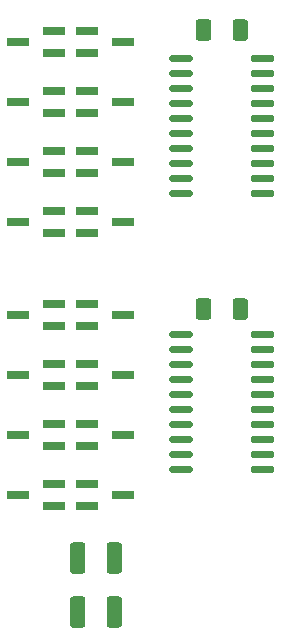
<source format=gtp>
G04 #@! TF.GenerationSoftware,KiCad,Pcbnew,(5.1.9)-1*
G04 #@! TF.CreationDate,2021-06-24T21:47:46+02:00*
G04 #@! TF.ProjectId,cypress_inp,63797072-6573-4735-9f69-6e702e6b6963,1.0*
G04 #@! TF.SameCoordinates,Original*
G04 #@! TF.FileFunction,Paste,Top*
G04 #@! TF.FilePolarity,Positive*
%FSLAX46Y46*%
G04 Gerber Fmt 4.6, Leading zero omitted, Abs format (unit mm)*
G04 Created by KiCad (PCBNEW (5.1.9)-1) date 2021-06-24 21:47:46*
%MOMM*%
%LPD*%
G01*
G04 APERTURE LIST*
%ADD10R,1.900000X0.800000*%
G04 APERTURE END LIST*
G36*
G01*
X72506000Y-123639000D02*
X72506000Y-125789000D01*
G75*
G02*
X72256000Y-126039000I-250000J0D01*
G01*
X71456000Y-126039000D01*
G75*
G02*
X71206000Y-125789000I0J250000D01*
G01*
X71206000Y-123639000D01*
G75*
G02*
X71456000Y-123389000I250000J0D01*
G01*
X72256000Y-123389000D01*
G75*
G02*
X72506000Y-123639000I0J-250000D01*
G01*
G37*
G36*
G01*
X75606000Y-123639000D02*
X75606000Y-125789000D01*
G75*
G02*
X75356000Y-126039000I-250000J0D01*
G01*
X74556000Y-126039000D01*
G75*
G02*
X74306000Y-125789000I0J250000D01*
G01*
X74306000Y-123639000D01*
G75*
G02*
X74556000Y-123389000I250000J0D01*
G01*
X75356000Y-123389000D01*
G75*
G02*
X75606000Y-123639000I0J-250000D01*
G01*
G37*
G36*
G01*
X72506000Y-128211000D02*
X72506000Y-130361000D01*
G75*
G02*
X72256000Y-130611000I-250000J0D01*
G01*
X71456000Y-130611000D01*
G75*
G02*
X71206000Y-130361000I0J250000D01*
G01*
X71206000Y-128211000D01*
G75*
G02*
X71456000Y-127961000I250000J0D01*
G01*
X72256000Y-127961000D01*
G75*
G02*
X72506000Y-128211000I0J-250000D01*
G01*
G37*
G36*
G01*
X75606000Y-128211000D02*
X75606000Y-130361000D01*
G75*
G02*
X75356000Y-130611000I-250000J0D01*
G01*
X74556000Y-130611000D01*
G75*
G02*
X74306000Y-130361000I0J250000D01*
G01*
X74306000Y-128211000D01*
G75*
G02*
X74556000Y-127961000I250000J0D01*
G01*
X75356000Y-127961000D01*
G75*
G02*
X75606000Y-128211000I0J-250000D01*
G01*
G37*
D10*
X66826000Y-104140000D03*
X69826000Y-103190000D03*
X69826000Y-105090000D03*
X75668000Y-104140000D03*
X72668000Y-105090000D03*
X72668000Y-103190000D03*
X66826000Y-109220000D03*
X69826000Y-108270000D03*
X69826000Y-110170000D03*
X75668000Y-109220000D03*
X72668000Y-110170000D03*
X72668000Y-108270000D03*
X66826000Y-114300000D03*
X69826000Y-113350000D03*
X69826000Y-115250000D03*
X75668000Y-114300000D03*
X72668000Y-115250000D03*
X72668000Y-113350000D03*
X66826000Y-119380000D03*
X69826000Y-118430000D03*
X69826000Y-120330000D03*
X75668000Y-119380000D03*
X72668000Y-120330000D03*
X72668000Y-118430000D03*
G36*
G01*
X83174000Y-102981999D02*
X83174000Y-104282001D01*
G75*
G02*
X82924001Y-104532000I-249999J0D01*
G01*
X82098999Y-104532000D01*
G75*
G02*
X81849000Y-104282001I0J249999D01*
G01*
X81849000Y-102981999D01*
G75*
G02*
X82098999Y-102732000I249999J0D01*
G01*
X82924001Y-102732000D01*
G75*
G02*
X83174000Y-102981999I0J-249999D01*
G01*
G37*
G36*
G01*
X86299000Y-102981999D02*
X86299000Y-104282001D01*
G75*
G02*
X86049001Y-104532000I-249999J0D01*
G01*
X85223999Y-104532000D01*
G75*
G02*
X84974000Y-104282001I0J249999D01*
G01*
X84974000Y-102981999D01*
G75*
G02*
X85223999Y-102732000I249999J0D01*
G01*
X86049001Y-102732000D01*
G75*
G02*
X86299000Y-102981999I0J-249999D01*
G01*
G37*
G36*
G01*
X83174000Y-79359999D02*
X83174000Y-80660001D01*
G75*
G02*
X82924001Y-80910000I-249999J0D01*
G01*
X82098999Y-80910000D01*
G75*
G02*
X81849000Y-80660001I0J249999D01*
G01*
X81849000Y-79359999D01*
G75*
G02*
X82098999Y-79110000I249999J0D01*
G01*
X82924001Y-79110000D01*
G75*
G02*
X83174000Y-79359999I0J-249999D01*
G01*
G37*
G36*
G01*
X86299000Y-79359999D02*
X86299000Y-80660001D01*
G75*
G02*
X86049001Y-80910000I-249999J0D01*
G01*
X85223999Y-80910000D01*
G75*
G02*
X84974000Y-80660001I0J249999D01*
G01*
X84974000Y-79359999D01*
G75*
G02*
X85223999Y-79110000I249999J0D01*
G01*
X86049001Y-79110000D01*
G75*
G02*
X86299000Y-79359999I0J-249999D01*
G01*
G37*
G36*
G01*
X86549000Y-105941000D02*
X86549000Y-105641000D01*
G75*
G02*
X86699000Y-105491000I150000J0D01*
G01*
X88374000Y-105491000D01*
G75*
G02*
X88524000Y-105641000I0J-150000D01*
G01*
X88524000Y-105941000D01*
G75*
G02*
X88374000Y-106091000I-150000J0D01*
G01*
X86699000Y-106091000D01*
G75*
G02*
X86549000Y-105941000I0J150000D01*
G01*
G37*
G36*
G01*
X86549000Y-107211000D02*
X86549000Y-106911000D01*
G75*
G02*
X86699000Y-106761000I150000J0D01*
G01*
X88374000Y-106761000D01*
G75*
G02*
X88524000Y-106911000I0J-150000D01*
G01*
X88524000Y-107211000D01*
G75*
G02*
X88374000Y-107361000I-150000J0D01*
G01*
X86699000Y-107361000D01*
G75*
G02*
X86549000Y-107211000I0J150000D01*
G01*
G37*
G36*
G01*
X86549000Y-108481000D02*
X86549000Y-108181000D01*
G75*
G02*
X86699000Y-108031000I150000J0D01*
G01*
X88374000Y-108031000D01*
G75*
G02*
X88524000Y-108181000I0J-150000D01*
G01*
X88524000Y-108481000D01*
G75*
G02*
X88374000Y-108631000I-150000J0D01*
G01*
X86699000Y-108631000D01*
G75*
G02*
X86549000Y-108481000I0J150000D01*
G01*
G37*
G36*
G01*
X86549000Y-109751000D02*
X86549000Y-109451000D01*
G75*
G02*
X86699000Y-109301000I150000J0D01*
G01*
X88374000Y-109301000D01*
G75*
G02*
X88524000Y-109451000I0J-150000D01*
G01*
X88524000Y-109751000D01*
G75*
G02*
X88374000Y-109901000I-150000J0D01*
G01*
X86699000Y-109901000D01*
G75*
G02*
X86549000Y-109751000I0J150000D01*
G01*
G37*
G36*
G01*
X86549000Y-111021000D02*
X86549000Y-110721000D01*
G75*
G02*
X86699000Y-110571000I150000J0D01*
G01*
X88374000Y-110571000D01*
G75*
G02*
X88524000Y-110721000I0J-150000D01*
G01*
X88524000Y-111021000D01*
G75*
G02*
X88374000Y-111171000I-150000J0D01*
G01*
X86699000Y-111171000D01*
G75*
G02*
X86549000Y-111021000I0J150000D01*
G01*
G37*
G36*
G01*
X86549000Y-112291000D02*
X86549000Y-111991000D01*
G75*
G02*
X86699000Y-111841000I150000J0D01*
G01*
X88374000Y-111841000D01*
G75*
G02*
X88524000Y-111991000I0J-150000D01*
G01*
X88524000Y-112291000D01*
G75*
G02*
X88374000Y-112441000I-150000J0D01*
G01*
X86699000Y-112441000D01*
G75*
G02*
X86549000Y-112291000I0J150000D01*
G01*
G37*
G36*
G01*
X86549000Y-113561000D02*
X86549000Y-113261000D01*
G75*
G02*
X86699000Y-113111000I150000J0D01*
G01*
X88374000Y-113111000D01*
G75*
G02*
X88524000Y-113261000I0J-150000D01*
G01*
X88524000Y-113561000D01*
G75*
G02*
X88374000Y-113711000I-150000J0D01*
G01*
X86699000Y-113711000D01*
G75*
G02*
X86549000Y-113561000I0J150000D01*
G01*
G37*
G36*
G01*
X86549000Y-114831000D02*
X86549000Y-114531000D01*
G75*
G02*
X86699000Y-114381000I150000J0D01*
G01*
X88374000Y-114381000D01*
G75*
G02*
X88524000Y-114531000I0J-150000D01*
G01*
X88524000Y-114831000D01*
G75*
G02*
X88374000Y-114981000I-150000J0D01*
G01*
X86699000Y-114981000D01*
G75*
G02*
X86549000Y-114831000I0J150000D01*
G01*
G37*
G36*
G01*
X86549000Y-116101000D02*
X86549000Y-115801000D01*
G75*
G02*
X86699000Y-115651000I150000J0D01*
G01*
X88374000Y-115651000D01*
G75*
G02*
X88524000Y-115801000I0J-150000D01*
G01*
X88524000Y-116101000D01*
G75*
G02*
X88374000Y-116251000I-150000J0D01*
G01*
X86699000Y-116251000D01*
G75*
G02*
X86549000Y-116101000I0J150000D01*
G01*
G37*
G36*
G01*
X86549000Y-117371000D02*
X86549000Y-117071000D01*
G75*
G02*
X86699000Y-116921000I150000J0D01*
G01*
X88374000Y-116921000D01*
G75*
G02*
X88524000Y-117071000I0J-150000D01*
G01*
X88524000Y-117371000D01*
G75*
G02*
X88374000Y-117521000I-150000J0D01*
G01*
X86699000Y-117521000D01*
G75*
G02*
X86549000Y-117371000I0J150000D01*
G01*
G37*
G36*
G01*
X79624000Y-117371000D02*
X79624000Y-117071000D01*
G75*
G02*
X79774000Y-116921000I150000J0D01*
G01*
X81449000Y-116921000D01*
G75*
G02*
X81599000Y-117071000I0J-150000D01*
G01*
X81599000Y-117371000D01*
G75*
G02*
X81449000Y-117521000I-150000J0D01*
G01*
X79774000Y-117521000D01*
G75*
G02*
X79624000Y-117371000I0J150000D01*
G01*
G37*
G36*
G01*
X79624000Y-116101000D02*
X79624000Y-115801000D01*
G75*
G02*
X79774000Y-115651000I150000J0D01*
G01*
X81449000Y-115651000D01*
G75*
G02*
X81599000Y-115801000I0J-150000D01*
G01*
X81599000Y-116101000D01*
G75*
G02*
X81449000Y-116251000I-150000J0D01*
G01*
X79774000Y-116251000D01*
G75*
G02*
X79624000Y-116101000I0J150000D01*
G01*
G37*
G36*
G01*
X79624000Y-114831000D02*
X79624000Y-114531000D01*
G75*
G02*
X79774000Y-114381000I150000J0D01*
G01*
X81449000Y-114381000D01*
G75*
G02*
X81599000Y-114531000I0J-150000D01*
G01*
X81599000Y-114831000D01*
G75*
G02*
X81449000Y-114981000I-150000J0D01*
G01*
X79774000Y-114981000D01*
G75*
G02*
X79624000Y-114831000I0J150000D01*
G01*
G37*
G36*
G01*
X79624000Y-113561000D02*
X79624000Y-113261000D01*
G75*
G02*
X79774000Y-113111000I150000J0D01*
G01*
X81449000Y-113111000D01*
G75*
G02*
X81599000Y-113261000I0J-150000D01*
G01*
X81599000Y-113561000D01*
G75*
G02*
X81449000Y-113711000I-150000J0D01*
G01*
X79774000Y-113711000D01*
G75*
G02*
X79624000Y-113561000I0J150000D01*
G01*
G37*
G36*
G01*
X79624000Y-112291000D02*
X79624000Y-111991000D01*
G75*
G02*
X79774000Y-111841000I150000J0D01*
G01*
X81449000Y-111841000D01*
G75*
G02*
X81599000Y-111991000I0J-150000D01*
G01*
X81599000Y-112291000D01*
G75*
G02*
X81449000Y-112441000I-150000J0D01*
G01*
X79774000Y-112441000D01*
G75*
G02*
X79624000Y-112291000I0J150000D01*
G01*
G37*
G36*
G01*
X79624000Y-111021000D02*
X79624000Y-110721000D01*
G75*
G02*
X79774000Y-110571000I150000J0D01*
G01*
X81449000Y-110571000D01*
G75*
G02*
X81599000Y-110721000I0J-150000D01*
G01*
X81599000Y-111021000D01*
G75*
G02*
X81449000Y-111171000I-150000J0D01*
G01*
X79774000Y-111171000D01*
G75*
G02*
X79624000Y-111021000I0J150000D01*
G01*
G37*
G36*
G01*
X79624000Y-109751000D02*
X79624000Y-109451000D01*
G75*
G02*
X79774000Y-109301000I150000J0D01*
G01*
X81449000Y-109301000D01*
G75*
G02*
X81599000Y-109451000I0J-150000D01*
G01*
X81599000Y-109751000D01*
G75*
G02*
X81449000Y-109901000I-150000J0D01*
G01*
X79774000Y-109901000D01*
G75*
G02*
X79624000Y-109751000I0J150000D01*
G01*
G37*
G36*
G01*
X79624000Y-108481000D02*
X79624000Y-108181000D01*
G75*
G02*
X79774000Y-108031000I150000J0D01*
G01*
X81449000Y-108031000D01*
G75*
G02*
X81599000Y-108181000I0J-150000D01*
G01*
X81599000Y-108481000D01*
G75*
G02*
X81449000Y-108631000I-150000J0D01*
G01*
X79774000Y-108631000D01*
G75*
G02*
X79624000Y-108481000I0J150000D01*
G01*
G37*
G36*
G01*
X79624000Y-107211000D02*
X79624000Y-106911000D01*
G75*
G02*
X79774000Y-106761000I150000J0D01*
G01*
X81449000Y-106761000D01*
G75*
G02*
X81599000Y-106911000I0J-150000D01*
G01*
X81599000Y-107211000D01*
G75*
G02*
X81449000Y-107361000I-150000J0D01*
G01*
X79774000Y-107361000D01*
G75*
G02*
X79624000Y-107211000I0J150000D01*
G01*
G37*
G36*
G01*
X79624000Y-105941000D02*
X79624000Y-105641000D01*
G75*
G02*
X79774000Y-105491000I150000J0D01*
G01*
X81449000Y-105491000D01*
G75*
G02*
X81599000Y-105641000I0J-150000D01*
G01*
X81599000Y-105941000D01*
G75*
G02*
X81449000Y-106091000I-150000J0D01*
G01*
X79774000Y-106091000D01*
G75*
G02*
X79624000Y-105941000I0J150000D01*
G01*
G37*
G36*
G01*
X86549000Y-82573000D02*
X86549000Y-82273000D01*
G75*
G02*
X86699000Y-82123000I150000J0D01*
G01*
X88374000Y-82123000D01*
G75*
G02*
X88524000Y-82273000I0J-150000D01*
G01*
X88524000Y-82573000D01*
G75*
G02*
X88374000Y-82723000I-150000J0D01*
G01*
X86699000Y-82723000D01*
G75*
G02*
X86549000Y-82573000I0J150000D01*
G01*
G37*
G36*
G01*
X86549000Y-83843000D02*
X86549000Y-83543000D01*
G75*
G02*
X86699000Y-83393000I150000J0D01*
G01*
X88374000Y-83393000D01*
G75*
G02*
X88524000Y-83543000I0J-150000D01*
G01*
X88524000Y-83843000D01*
G75*
G02*
X88374000Y-83993000I-150000J0D01*
G01*
X86699000Y-83993000D01*
G75*
G02*
X86549000Y-83843000I0J150000D01*
G01*
G37*
G36*
G01*
X86549000Y-85113000D02*
X86549000Y-84813000D01*
G75*
G02*
X86699000Y-84663000I150000J0D01*
G01*
X88374000Y-84663000D01*
G75*
G02*
X88524000Y-84813000I0J-150000D01*
G01*
X88524000Y-85113000D01*
G75*
G02*
X88374000Y-85263000I-150000J0D01*
G01*
X86699000Y-85263000D01*
G75*
G02*
X86549000Y-85113000I0J150000D01*
G01*
G37*
G36*
G01*
X86549000Y-86383000D02*
X86549000Y-86083000D01*
G75*
G02*
X86699000Y-85933000I150000J0D01*
G01*
X88374000Y-85933000D01*
G75*
G02*
X88524000Y-86083000I0J-150000D01*
G01*
X88524000Y-86383000D01*
G75*
G02*
X88374000Y-86533000I-150000J0D01*
G01*
X86699000Y-86533000D01*
G75*
G02*
X86549000Y-86383000I0J150000D01*
G01*
G37*
G36*
G01*
X86549000Y-87653000D02*
X86549000Y-87353000D01*
G75*
G02*
X86699000Y-87203000I150000J0D01*
G01*
X88374000Y-87203000D01*
G75*
G02*
X88524000Y-87353000I0J-150000D01*
G01*
X88524000Y-87653000D01*
G75*
G02*
X88374000Y-87803000I-150000J0D01*
G01*
X86699000Y-87803000D01*
G75*
G02*
X86549000Y-87653000I0J150000D01*
G01*
G37*
G36*
G01*
X86549000Y-88923000D02*
X86549000Y-88623000D01*
G75*
G02*
X86699000Y-88473000I150000J0D01*
G01*
X88374000Y-88473000D01*
G75*
G02*
X88524000Y-88623000I0J-150000D01*
G01*
X88524000Y-88923000D01*
G75*
G02*
X88374000Y-89073000I-150000J0D01*
G01*
X86699000Y-89073000D01*
G75*
G02*
X86549000Y-88923000I0J150000D01*
G01*
G37*
G36*
G01*
X86549000Y-90193000D02*
X86549000Y-89893000D01*
G75*
G02*
X86699000Y-89743000I150000J0D01*
G01*
X88374000Y-89743000D01*
G75*
G02*
X88524000Y-89893000I0J-150000D01*
G01*
X88524000Y-90193000D01*
G75*
G02*
X88374000Y-90343000I-150000J0D01*
G01*
X86699000Y-90343000D01*
G75*
G02*
X86549000Y-90193000I0J150000D01*
G01*
G37*
G36*
G01*
X86549000Y-91463000D02*
X86549000Y-91163000D01*
G75*
G02*
X86699000Y-91013000I150000J0D01*
G01*
X88374000Y-91013000D01*
G75*
G02*
X88524000Y-91163000I0J-150000D01*
G01*
X88524000Y-91463000D01*
G75*
G02*
X88374000Y-91613000I-150000J0D01*
G01*
X86699000Y-91613000D01*
G75*
G02*
X86549000Y-91463000I0J150000D01*
G01*
G37*
G36*
G01*
X86549000Y-92733000D02*
X86549000Y-92433000D01*
G75*
G02*
X86699000Y-92283000I150000J0D01*
G01*
X88374000Y-92283000D01*
G75*
G02*
X88524000Y-92433000I0J-150000D01*
G01*
X88524000Y-92733000D01*
G75*
G02*
X88374000Y-92883000I-150000J0D01*
G01*
X86699000Y-92883000D01*
G75*
G02*
X86549000Y-92733000I0J150000D01*
G01*
G37*
G36*
G01*
X86549000Y-94003000D02*
X86549000Y-93703000D01*
G75*
G02*
X86699000Y-93553000I150000J0D01*
G01*
X88374000Y-93553000D01*
G75*
G02*
X88524000Y-93703000I0J-150000D01*
G01*
X88524000Y-94003000D01*
G75*
G02*
X88374000Y-94153000I-150000J0D01*
G01*
X86699000Y-94153000D01*
G75*
G02*
X86549000Y-94003000I0J150000D01*
G01*
G37*
G36*
G01*
X79624000Y-94003000D02*
X79624000Y-93703000D01*
G75*
G02*
X79774000Y-93553000I150000J0D01*
G01*
X81449000Y-93553000D01*
G75*
G02*
X81599000Y-93703000I0J-150000D01*
G01*
X81599000Y-94003000D01*
G75*
G02*
X81449000Y-94153000I-150000J0D01*
G01*
X79774000Y-94153000D01*
G75*
G02*
X79624000Y-94003000I0J150000D01*
G01*
G37*
G36*
G01*
X79624000Y-92733000D02*
X79624000Y-92433000D01*
G75*
G02*
X79774000Y-92283000I150000J0D01*
G01*
X81449000Y-92283000D01*
G75*
G02*
X81599000Y-92433000I0J-150000D01*
G01*
X81599000Y-92733000D01*
G75*
G02*
X81449000Y-92883000I-150000J0D01*
G01*
X79774000Y-92883000D01*
G75*
G02*
X79624000Y-92733000I0J150000D01*
G01*
G37*
G36*
G01*
X79624000Y-91463000D02*
X79624000Y-91163000D01*
G75*
G02*
X79774000Y-91013000I150000J0D01*
G01*
X81449000Y-91013000D01*
G75*
G02*
X81599000Y-91163000I0J-150000D01*
G01*
X81599000Y-91463000D01*
G75*
G02*
X81449000Y-91613000I-150000J0D01*
G01*
X79774000Y-91613000D01*
G75*
G02*
X79624000Y-91463000I0J150000D01*
G01*
G37*
G36*
G01*
X79624000Y-90193000D02*
X79624000Y-89893000D01*
G75*
G02*
X79774000Y-89743000I150000J0D01*
G01*
X81449000Y-89743000D01*
G75*
G02*
X81599000Y-89893000I0J-150000D01*
G01*
X81599000Y-90193000D01*
G75*
G02*
X81449000Y-90343000I-150000J0D01*
G01*
X79774000Y-90343000D01*
G75*
G02*
X79624000Y-90193000I0J150000D01*
G01*
G37*
G36*
G01*
X79624000Y-88923000D02*
X79624000Y-88623000D01*
G75*
G02*
X79774000Y-88473000I150000J0D01*
G01*
X81449000Y-88473000D01*
G75*
G02*
X81599000Y-88623000I0J-150000D01*
G01*
X81599000Y-88923000D01*
G75*
G02*
X81449000Y-89073000I-150000J0D01*
G01*
X79774000Y-89073000D01*
G75*
G02*
X79624000Y-88923000I0J150000D01*
G01*
G37*
G36*
G01*
X79624000Y-87653000D02*
X79624000Y-87353000D01*
G75*
G02*
X79774000Y-87203000I150000J0D01*
G01*
X81449000Y-87203000D01*
G75*
G02*
X81599000Y-87353000I0J-150000D01*
G01*
X81599000Y-87653000D01*
G75*
G02*
X81449000Y-87803000I-150000J0D01*
G01*
X79774000Y-87803000D01*
G75*
G02*
X79624000Y-87653000I0J150000D01*
G01*
G37*
G36*
G01*
X79624000Y-86383000D02*
X79624000Y-86083000D01*
G75*
G02*
X79774000Y-85933000I150000J0D01*
G01*
X81449000Y-85933000D01*
G75*
G02*
X81599000Y-86083000I0J-150000D01*
G01*
X81599000Y-86383000D01*
G75*
G02*
X81449000Y-86533000I-150000J0D01*
G01*
X79774000Y-86533000D01*
G75*
G02*
X79624000Y-86383000I0J150000D01*
G01*
G37*
G36*
G01*
X79624000Y-85113000D02*
X79624000Y-84813000D01*
G75*
G02*
X79774000Y-84663000I150000J0D01*
G01*
X81449000Y-84663000D01*
G75*
G02*
X81599000Y-84813000I0J-150000D01*
G01*
X81599000Y-85113000D01*
G75*
G02*
X81449000Y-85263000I-150000J0D01*
G01*
X79774000Y-85263000D01*
G75*
G02*
X79624000Y-85113000I0J150000D01*
G01*
G37*
G36*
G01*
X79624000Y-83843000D02*
X79624000Y-83543000D01*
G75*
G02*
X79774000Y-83393000I150000J0D01*
G01*
X81449000Y-83393000D01*
G75*
G02*
X81599000Y-83543000I0J-150000D01*
G01*
X81599000Y-83843000D01*
G75*
G02*
X81449000Y-83993000I-150000J0D01*
G01*
X79774000Y-83993000D01*
G75*
G02*
X79624000Y-83843000I0J150000D01*
G01*
G37*
G36*
G01*
X79624000Y-82573000D02*
X79624000Y-82273000D01*
G75*
G02*
X79774000Y-82123000I150000J0D01*
G01*
X81449000Y-82123000D01*
G75*
G02*
X81599000Y-82273000I0J-150000D01*
G01*
X81599000Y-82573000D01*
G75*
G02*
X81449000Y-82723000I-150000J0D01*
G01*
X79774000Y-82723000D01*
G75*
G02*
X79624000Y-82573000I0J150000D01*
G01*
G37*
X66826000Y-81026000D03*
X69826000Y-80076000D03*
X69826000Y-81976000D03*
X75668000Y-81026000D03*
X72668000Y-81976000D03*
X72668000Y-80076000D03*
X66826000Y-86106000D03*
X69826000Y-85156000D03*
X69826000Y-87056000D03*
X75668000Y-86106000D03*
X72668000Y-87056000D03*
X72668000Y-85156000D03*
X66826000Y-91186000D03*
X69826000Y-90236000D03*
X69826000Y-92136000D03*
X75668000Y-91186000D03*
X72668000Y-92136000D03*
X72668000Y-90236000D03*
X66826000Y-96266000D03*
X69826000Y-95316000D03*
X69826000Y-97216000D03*
X75668000Y-96266000D03*
X72668000Y-97216000D03*
X72668000Y-95316000D03*
M02*

</source>
